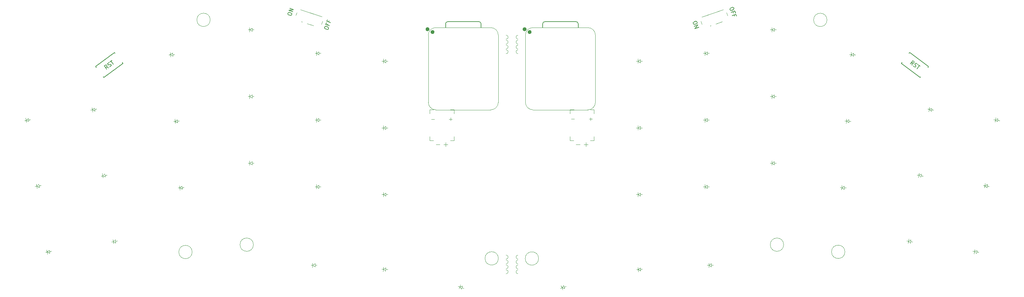
<source format=gbr>
%TF.GenerationSoftware,KiCad,Pcbnew,8.0.6*%
%TF.CreationDate,2025-07-28T21:33:20+02:00*%
%TF.ProjectId,combined,636f6d62-696e-4656-942e-6b696361645f,v1.0.0*%
%TF.SameCoordinates,Original*%
%TF.FileFunction,Legend,Top*%
%TF.FilePolarity,Positive*%
%FSLAX46Y46*%
G04 Gerber Fmt 4.6, Leading zero omitted, Abs format (unit mm)*
G04 Created by KiCad (PCBNEW 8.0.6) date 2025-07-28 21:33:20*
%MOMM*%
%LPD*%
G01*
G04 APERTURE LIST*
%ADD10C,0.100000*%
%ADD11C,0.150000*%
%ADD12C,0.120000*%
%ADD13C,0.127000*%
%ADD14C,0.503999*%
%ADD15C,0.503997*%
%ADD16C,0.503988*%
%ADD17C,0.504000*%
G04 APERTURE END LIST*
D10*
X238902010Y-61673241D02*
X238140106Y-61673241D01*
X238521058Y-62054194D02*
X238521058Y-61292289D01*
X234402011Y-61673237D02*
X233640107Y-61673237D01*
X198054022Y-61718156D02*
X198815927Y-61718156D01*
X202554018Y-61718155D02*
X203315923Y-61718155D01*
X202934970Y-62099108D02*
X202934970Y-61337203D01*
D11*
X320235211Y-47931988D02*
X320255578Y-47351080D01*
X319778848Y-47588093D02*
X320380663Y-46789458D01*
X320380663Y-46789458D02*
X320684905Y-47018721D01*
X320684905Y-47018721D02*
X320732308Y-47114067D01*
X320732308Y-47114067D02*
X320741680Y-47180755D01*
X320741680Y-47180755D02*
X320722395Y-47285473D01*
X320722395Y-47285473D02*
X320636421Y-47399564D01*
X320636421Y-47399564D02*
X320541075Y-47446967D01*
X320541075Y-47446967D02*
X320474387Y-47456339D01*
X320474387Y-47456339D02*
X320369669Y-47437054D01*
X320369669Y-47437054D02*
X320065427Y-47207791D01*
X320568111Y-48123220D02*
X320653544Y-48247224D01*
X320653544Y-48247224D02*
X320843696Y-48390513D01*
X320843696Y-48390513D02*
X320948414Y-48409799D01*
X320948414Y-48409799D02*
X321015102Y-48400426D01*
X321015102Y-48400426D02*
X321110448Y-48353024D01*
X321110448Y-48353024D02*
X321167764Y-48276963D01*
X321167764Y-48276963D02*
X321187049Y-48172245D01*
X321187049Y-48172245D02*
X321177677Y-48105557D01*
X321177677Y-48105557D02*
X321130274Y-48010211D01*
X321130274Y-48010211D02*
X321006811Y-47857549D01*
X321006811Y-47857549D02*
X320959408Y-47762203D01*
X320959408Y-47762203D02*
X320950036Y-47695515D01*
X320950036Y-47695515D02*
X320969321Y-47590797D01*
X320969321Y-47590797D02*
X321026637Y-47514736D01*
X321026637Y-47514736D02*
X321121983Y-47467333D01*
X321121983Y-47467333D02*
X321188671Y-47457961D01*
X321188671Y-47457961D02*
X321293390Y-47477246D01*
X321293390Y-47477246D02*
X321483541Y-47620536D01*
X321483541Y-47620536D02*
X321568974Y-47744540D01*
X321825813Y-47878457D02*
X322282176Y-48222351D01*
X321452180Y-48849039D02*
X322053995Y-48050404D01*
X170902184Y-38377537D02*
X170964197Y-38197439D01*
X170964197Y-38197439D02*
X171040228Y-38122893D01*
X171040228Y-38122893D02*
X171161284Y-38063850D01*
X171161284Y-38063850D02*
X171356886Y-38080838D01*
X171356886Y-38080838D02*
X171672059Y-38189361D01*
X171672059Y-38189361D02*
X171836654Y-38296398D01*
X171836654Y-38296398D02*
X171895697Y-38417454D01*
X171895697Y-38417454D02*
X171909716Y-38523007D01*
X171909716Y-38523007D02*
X171847703Y-38703106D01*
X171847703Y-38703106D02*
X171771671Y-38777652D01*
X171771671Y-38777652D02*
X171650616Y-38836695D01*
X171650616Y-38836695D02*
X171455013Y-38819706D01*
X171455013Y-38819706D02*
X171139841Y-38711184D01*
X171139841Y-38711184D02*
X170975245Y-38604146D01*
X170975245Y-38604146D02*
X170916202Y-38483090D01*
X170916202Y-38483090D02*
X170902184Y-38377537D01*
X171740012Y-37406953D02*
X171631489Y-37722125D01*
X172126761Y-37892661D02*
X171181242Y-37567093D01*
X171181242Y-37567093D02*
X171336275Y-37116846D01*
X172019071Y-36596508D02*
X171910548Y-36911681D01*
X172405819Y-37082217D02*
X171460301Y-36756648D01*
X171460301Y-36756648D02*
X171615333Y-36306401D01*
X161555525Y-34806673D02*
X161617538Y-34626574D01*
X161617538Y-34626574D02*
X161693569Y-34552028D01*
X161693569Y-34552028D02*
X161814625Y-34492985D01*
X161814625Y-34492985D02*
X162010227Y-34509973D01*
X162010227Y-34509973D02*
X162325400Y-34618496D01*
X162325400Y-34618496D02*
X162489995Y-34725534D01*
X162489995Y-34725534D02*
X162549038Y-34846590D01*
X162549038Y-34846590D02*
X162563056Y-34952142D01*
X162563056Y-34952142D02*
X162501043Y-35132241D01*
X162501043Y-35132241D02*
X162425012Y-35206787D01*
X162425012Y-35206787D02*
X162303956Y-35265830D01*
X162303956Y-35265830D02*
X162108354Y-35248842D01*
X162108354Y-35248842D02*
X161793181Y-35140319D01*
X161793181Y-35140319D02*
X161628586Y-35033281D01*
X161628586Y-35033281D02*
X161569543Y-34912226D01*
X161569543Y-34912226D02*
X161555525Y-34806673D01*
X162780102Y-34321797D02*
X161834583Y-33996228D01*
X161834583Y-33996228D02*
X162966141Y-33781500D01*
X162966141Y-33781500D02*
X162020622Y-33455932D01*
X115987687Y-48590304D02*
X115434897Y-48410606D01*
X115531324Y-48934198D02*
X114929509Y-48135562D01*
X114929509Y-48135562D02*
X115233751Y-47906300D01*
X115233751Y-47906300D02*
X115338470Y-47887014D01*
X115338470Y-47887014D02*
X115405158Y-47896386D01*
X115405158Y-47896386D02*
X115500504Y-47943789D01*
X115500504Y-47943789D02*
X115586477Y-48057880D01*
X115586477Y-48057880D02*
X115605763Y-48162598D01*
X115605763Y-48162598D02*
X115596390Y-48229286D01*
X115596390Y-48229286D02*
X115548988Y-48324632D01*
X115548988Y-48324632D02*
X115244746Y-48553895D01*
X116263272Y-48323010D02*
X116406020Y-48275067D01*
X116406020Y-48275067D02*
X116596172Y-48131778D01*
X116596172Y-48131778D02*
X116643574Y-48036432D01*
X116643574Y-48036432D02*
X116652947Y-47969744D01*
X116652947Y-47969744D02*
X116633661Y-47865025D01*
X116633661Y-47865025D02*
X116576345Y-47788965D01*
X116576345Y-47788965D02*
X116480999Y-47741562D01*
X116480999Y-47741562D02*
X116414311Y-47732190D01*
X116414311Y-47732190D02*
X116309593Y-47751475D01*
X116309593Y-47751475D02*
X116128814Y-47828076D01*
X116128814Y-47828076D02*
X116024096Y-47847362D01*
X116024096Y-47847362D02*
X115957408Y-47837989D01*
X115957408Y-47837989D02*
X115862062Y-47790587D01*
X115862062Y-47790587D02*
X115804746Y-47714526D01*
X115804746Y-47714526D02*
X115785460Y-47609808D01*
X115785460Y-47609808D02*
X115794833Y-47543120D01*
X115794833Y-47543120D02*
X115842235Y-47447774D01*
X115842235Y-47447774D02*
X116032387Y-47304484D01*
X116032387Y-47304484D02*
X116175135Y-47256541D01*
X116374659Y-47046564D02*
X116831022Y-46702669D01*
X117204656Y-47673252D02*
X116602841Y-46874617D01*
X274878761Y-33337929D02*
X274940774Y-33518028D01*
X274940774Y-33518028D02*
X274926756Y-33623581D01*
X274926756Y-33623581D02*
X274867713Y-33744637D01*
X274867713Y-33744637D02*
X274703118Y-33851674D01*
X274703118Y-33851674D02*
X274387945Y-33960197D01*
X274387945Y-33960197D02*
X274192343Y-33977185D01*
X274192343Y-33977185D02*
X274071287Y-33918142D01*
X274071287Y-33918142D02*
X273995256Y-33843596D01*
X273995256Y-33843596D02*
X273933243Y-33663498D01*
X273933243Y-33663498D02*
X273947261Y-33557945D01*
X273947261Y-33557945D02*
X274006304Y-33436889D01*
X274006304Y-33436889D02*
X274170899Y-33329851D01*
X274170899Y-33329851D02*
X274486072Y-33221329D01*
X274486072Y-33221329D02*
X274681674Y-33204340D01*
X274681674Y-33204340D02*
X274802730Y-33263383D01*
X274802730Y-33263383D02*
X274878761Y-33337929D01*
X274816096Y-34618579D02*
X274707573Y-34303406D01*
X274212301Y-34473942D02*
X275157820Y-34148374D01*
X275157820Y-34148374D02*
X275312852Y-34598621D01*
X275095154Y-35429024D02*
X274986631Y-35113851D01*
X274491360Y-35284387D02*
X275436878Y-34958818D01*
X275436878Y-34958818D02*
X275591911Y-35409065D01*
X265532096Y-36908780D02*
X265594109Y-37088879D01*
X265594109Y-37088879D02*
X265580091Y-37194431D01*
X265580091Y-37194431D02*
X265521048Y-37315487D01*
X265521048Y-37315487D02*
X265356452Y-37422525D01*
X265356452Y-37422525D02*
X265041280Y-37531048D01*
X265041280Y-37531048D02*
X264845678Y-37548036D01*
X264845678Y-37548036D02*
X264724622Y-37488993D01*
X264724622Y-37488993D02*
X264648590Y-37414447D01*
X264648590Y-37414447D02*
X264586577Y-37234348D01*
X264586577Y-37234348D02*
X264600596Y-37128795D01*
X264600596Y-37128795D02*
X264659639Y-37007740D01*
X264659639Y-37007740D02*
X264824234Y-36900702D01*
X264824234Y-36900702D02*
X265139407Y-36792179D01*
X265139407Y-36792179D02*
X265335009Y-36775191D01*
X265335009Y-36775191D02*
X265456065Y-36834234D01*
X265456065Y-36834234D02*
X265532096Y-36908780D01*
X264865636Y-38044793D02*
X265811154Y-37719224D01*
X265811154Y-37719224D02*
X265051675Y-38585089D01*
X265051675Y-38585089D02*
X265997193Y-38259521D01*
D10*
%TO.C,D16*%
X185457097Y-80904250D02*
X185857096Y-80904242D01*
X185857096Y-80904242D02*
X185857101Y-80354244D01*
X185857096Y-80904242D02*
X185857102Y-81454250D01*
X185857096Y-80904242D02*
X186457102Y-80504245D01*
X186457095Y-81304256D02*
X185857096Y-80904242D01*
X186457101Y-80904248D02*
X186957099Y-80904248D01*
X186457102Y-80504245D02*
X186457095Y-81304256D01*
%TO.C,D1*%
X335649065Y-95382950D02*
X336044142Y-95445523D01*
X336044142Y-95445523D02*
X335958110Y-95988757D01*
X336044142Y-95445523D02*
X336130186Y-94902294D01*
X336044142Y-95445523D02*
X336699324Y-95144305D01*
X336574179Y-95934464D02*
X336044142Y-95445523D01*
X336636759Y-95539390D02*
X337130597Y-95617608D01*
X336699324Y-95144305D02*
X336574179Y-95934464D01*
%TO.C,D18*%
X185457097Y-46904249D02*
X185857096Y-46904241D01*
X185857096Y-46904241D02*
X185857101Y-46354243D01*
X185857096Y-46904241D02*
X185857102Y-47454249D01*
X185857096Y-46904241D02*
X186457102Y-46504244D01*
X186457095Y-47304255D02*
X185857096Y-46904241D01*
X186457101Y-46904247D02*
X186957099Y-46904247D01*
X186457102Y-46504244D02*
X186457095Y-47304255D01*
%TO.C,D7*%
X301938029Y-79102776D02*
X302337064Y-79130677D01*
X302337064Y-79130677D02*
X302298700Y-79679328D01*
X302337064Y-79130677D02*
X302375428Y-78582010D01*
X302337064Y-79130677D02*
X302963504Y-78773486D01*
X302907697Y-79571550D02*
X302337064Y-79130677D01*
X302935600Y-79172521D02*
X303434391Y-79207390D01*
X302963504Y-78773486D02*
X302907697Y-79571550D01*
D12*
%TO.C,REF\u002A\u002A*%
X303145000Y-95510000D02*
G75*
G02*
X299745000Y-95510000I-1700000J0D01*
G01*
X299745000Y-95510000D02*
G75*
G02*
X303145000Y-95510000I1700000J0D01*
G01*
D10*
%TO.C,mouse-bite-1mm-3mm*%
X217049682Y-100104248D02*
G75*
G02*
X217049683Y-101104246I0J-499999D01*
G01*
X220049686Y-101104248D02*
G75*
G02*
X220049685Y-100104250I-7J499999D01*
G01*
%TO.C,D4*%
X318858352Y-92723557D02*
X319253429Y-92786130D01*
X319253429Y-92786130D02*
X319167397Y-93329364D01*
X319253429Y-92786130D02*
X319339473Y-92242901D01*
X319253429Y-92786130D02*
X319908611Y-92484912D01*
X319783466Y-93275071D02*
X319253429Y-92786130D01*
X319846046Y-92879997D02*
X320339884Y-92958215D01*
X319908611Y-92484912D02*
X319783466Y-93275071D01*
D12*
%TO.C,JST1*%
X197640137Y-59316691D02*
X197640138Y-60316682D01*
X197640146Y-67136691D02*
X197640139Y-66136692D01*
X198560137Y-67136687D02*
X197640146Y-67136691D01*
X198640137Y-59316692D02*
X197640137Y-59316691D01*
D10*
X199200133Y-68176688D02*
X200200138Y-68176690D01*
X201700132Y-67676692D02*
X201700133Y-68676697D01*
X202200137Y-68176691D02*
X201200149Y-68176691D01*
D12*
X202840132Y-67136689D02*
X203760132Y-67136688D01*
X202840137Y-59316686D02*
X203760131Y-59316697D01*
X203760131Y-59316697D02*
X203760130Y-60316697D01*
X203760132Y-67136688D02*
X203760132Y-66136686D01*
D10*
%TO.C,D16*%
X250140498Y-80905073D02*
X250540497Y-80905070D01*
X250540497Y-80905070D02*
X250540496Y-80355071D01*
X250540497Y-80905070D02*
X250540503Y-81455073D01*
X250540497Y-80905070D02*
X251140501Y-80505063D01*
X251140501Y-80505063D02*
X251140501Y-81305072D01*
X251140501Y-80905071D02*
X251640502Y-80905069D01*
X251140501Y-81305072D02*
X250540497Y-80905070D01*
%TO.C,D4*%
X116757705Y-92957407D02*
X117152790Y-92894831D01*
X117152790Y-92894831D02*
X117066748Y-92351590D01*
X117152790Y-92894831D02*
X117238829Y-93438055D01*
X117152790Y-92894831D02*
X117682821Y-92405884D01*
X117682821Y-92405884D02*
X117807974Y-93196043D01*
X117745402Y-92800962D02*
X118239253Y-92722737D01*
X117807974Y-93196043D02*
X117152790Y-92894831D01*
%TO.C,mouse-bite-1mm-3mm*%
X217049996Y-42800000D02*
G75*
G02*
X217049998Y-43799998I2J-499999D01*
G01*
X220050002Y-43800002D02*
G75*
G02*
X220050000Y-42800000I-3J500001D01*
G01*
%TO.C,D12*%
X284140501Y-38905060D02*
X284540500Y-38905057D01*
X284540500Y-38905057D02*
X284540499Y-38355058D01*
X284540500Y-38905057D02*
X284540506Y-39455060D01*
X284540500Y-38905057D02*
X285140504Y-38505050D01*
X285140504Y-38505050D02*
X285140504Y-39305059D01*
X285140504Y-38905058D02*
X285640505Y-38905056D01*
X285140504Y-39305059D02*
X284540500Y-38905057D01*
%TO.C,mouse-bite-1mm-3mm*%
X217049995Y-44024999D02*
G75*
G02*
X217049996Y-45025001I7J-500001D01*
G01*
X220049999Y-45024999D02*
G75*
G02*
X220049998Y-44024997I-5J500001D01*
G01*
%TO.C,D14*%
X267140496Y-61905059D02*
X267540495Y-61905056D01*
X267540495Y-61905056D02*
X267540494Y-61355057D01*
X267540495Y-61905056D02*
X267540501Y-62455059D01*
X267540495Y-61905056D02*
X268140499Y-61505049D01*
X268140499Y-61505049D02*
X268140499Y-62305058D01*
X268140499Y-61905057D02*
X268640500Y-61905055D01*
X268140499Y-62305058D02*
X267540495Y-61905056D01*
%TO.C,D9*%
X131291485Y-45289399D02*
X131690512Y-45261498D01*
X131690512Y-45261498D02*
X131652150Y-44712826D01*
X131690512Y-45261498D02*
X131728884Y-45810149D01*
X131690512Y-45261498D02*
X132261155Y-44820612D01*
X132261155Y-44820612D02*
X132316954Y-45618668D01*
X132289061Y-45219643D02*
X132787843Y-45184757D01*
X132316954Y-45618668D02*
X131690512Y-45261498D01*
%TO.C,D6*%
X111438934Y-59376007D02*
X111834019Y-59313431D01*
X111834019Y-59313431D02*
X111747977Y-58770190D01*
X111834019Y-59313431D02*
X111920058Y-59856655D01*
X111834019Y-59313431D02*
X112364050Y-58824484D01*
X112364050Y-58824484D02*
X112489203Y-59614643D01*
X112426631Y-59219562D02*
X112920482Y-59141337D01*
X112489203Y-59614643D02*
X111834019Y-59313431D01*
%TO.C,D20*%
X185434965Y-99907485D02*
X185833429Y-99942346D01*
X185833429Y-99942346D02*
X185785507Y-100490256D01*
X185833429Y-99942346D02*
X185881379Y-99394431D01*
X185833429Y-99942346D02*
X186466020Y-99596163D01*
X186396288Y-100393124D02*
X185833429Y-99942346D01*
X186431162Y-99994650D02*
X186929253Y-100038223D01*
X186466020Y-99596163D02*
X186396288Y-100393124D01*
D12*
%TO.C,REF\u002A\u002A*%
X298587606Y-36403845D02*
G75*
G02*
X295187608Y-36403845I-1699999J0D01*
G01*
X295187608Y-36403845D02*
G75*
G02*
X298587606Y-36403845I1699999J0D01*
G01*
D10*
%TO.C,D3*%
X340967829Y-61801539D02*
X341362906Y-61864112D01*
X341362906Y-61864112D02*
X341276874Y-62407346D01*
X341362906Y-61864112D02*
X341448950Y-61320883D01*
X341362906Y-61864112D02*
X342018088Y-61562894D01*
X341892943Y-62353053D02*
X341362906Y-61864112D01*
X341955523Y-61957979D02*
X342449361Y-62036197D01*
X342018088Y-61562894D02*
X341892943Y-62353053D01*
%TO.C,D8*%
X303123885Y-62144191D02*
X303522920Y-62172092D01*
X303522920Y-62172092D02*
X303484556Y-62720743D01*
X303522920Y-62172092D02*
X303561284Y-61623425D01*
X303522920Y-62172092D02*
X304149360Y-61814901D01*
X304093553Y-62612965D02*
X303522920Y-62172092D01*
X304121456Y-62213936D02*
X304620247Y-62248805D01*
X304149360Y-61814901D02*
X304093553Y-62612965D01*
D12*
%TO.C,REF\u002A\u002A*%
X137245000Y-95560000D02*
G75*
G02*
X133845000Y-95560000I-1700000J0D01*
G01*
X133845000Y-95560000D02*
G75*
G02*
X137245000Y-95560000I1700000J0D01*
G01*
D10*
%TO.C,D13*%
X267140501Y-78905062D02*
X267540500Y-78905059D01*
X267540500Y-78905059D02*
X267540499Y-78355060D01*
X267540500Y-78905059D02*
X267540506Y-79455062D01*
X267540500Y-78905059D02*
X268140504Y-78505052D01*
X268140504Y-78505052D02*
X268140504Y-79305061D01*
X268140504Y-78905060D02*
X268640505Y-78905058D01*
X268140504Y-79305061D02*
X267540500Y-78905059D01*
%TO.C,D14*%
X168457095Y-61904245D02*
X168857094Y-61904237D01*
X168857094Y-61904237D02*
X168857099Y-61354239D01*
X168857094Y-61904237D02*
X168857100Y-62454245D01*
X168857094Y-61904237D02*
X169457100Y-61504240D01*
X169457093Y-62304251D02*
X168857094Y-61904237D01*
X169457099Y-61904243D02*
X169957097Y-61904243D01*
X169457100Y-61504240D02*
X169457093Y-62304251D01*
%TO.C,D15*%
X168457093Y-44904247D02*
X168857092Y-44904239D01*
X168857092Y-44904239D02*
X168857097Y-44354241D01*
X168857092Y-44904239D02*
X168857098Y-45454247D01*
X168857092Y-44904239D02*
X169457098Y-44504242D01*
X169457091Y-45304253D02*
X168857092Y-44904239D01*
X169457097Y-44904245D02*
X169957095Y-44904245D01*
X169457098Y-44504242D02*
X169457091Y-45304253D01*
D11*
%TO.C,RST1*%
X317497196Y-47490487D02*
X317647641Y-47290822D01*
X317497196Y-47490487D02*
X322289013Y-51101370D01*
X319603541Y-44695268D02*
X319453089Y-44894920D01*
X319603541Y-44695268D02*
X324395358Y-48306151D01*
X322289013Y-51101370D02*
X322439465Y-50901718D01*
X324395358Y-48306151D02*
X324244913Y-48505816D01*
D10*
%TO.C,D19*%
X268140500Y-98905071D02*
X268540499Y-98905068D01*
X268540499Y-98905068D02*
X268540498Y-98355069D01*
X268540499Y-98905068D02*
X268540505Y-99455071D01*
X268540499Y-98905068D02*
X269140503Y-98505061D01*
X269140503Y-98505061D02*
X269140503Y-99305070D01*
X269140503Y-98905069D02*
X269640504Y-98905067D01*
X269140503Y-99305070D02*
X268540499Y-98905068D01*
%TO.C,D17*%
X250140492Y-63905078D02*
X250540491Y-63905075D01*
X250540491Y-63905075D02*
X250540490Y-63355076D01*
X250540491Y-63905075D02*
X250540497Y-64455078D01*
X250540491Y-63905075D02*
X251140495Y-63505068D01*
X251140495Y-63505068D02*
X251140495Y-64305077D01*
X251140495Y-63905076D02*
X251640496Y-63905074D01*
X251140495Y-64305077D02*
X250540491Y-63905075D01*
%TO.C,D18*%
X250140497Y-46905069D02*
X250540496Y-46905066D01*
X250540496Y-46905066D02*
X250540495Y-46355067D01*
X250540496Y-46905066D02*
X250540502Y-47455069D01*
X250540496Y-46905066D02*
X251140500Y-46505059D01*
X251140500Y-46505059D02*
X251140500Y-47305068D01*
X251140500Y-46905067D02*
X251640501Y-46905065D01*
X251140500Y-47305068D02*
X250540496Y-46905066D01*
%TO.C,D11*%
X284140496Y-55905069D02*
X284540495Y-55905066D01*
X284540495Y-55905066D02*
X284540494Y-55355067D01*
X284540495Y-55905066D02*
X284540501Y-56455069D01*
X284540495Y-55905066D02*
X285140499Y-55505059D01*
X285140499Y-55505059D02*
X285140499Y-56305068D01*
X285140499Y-55905067D02*
X285640500Y-55905065D01*
X285140499Y-56305068D02*
X284540495Y-55905066D01*
D12*
%TO.C,JST1*%
X233240001Y-59315010D02*
X233240004Y-60315004D01*
X233240007Y-67135002D02*
X233239997Y-66134998D01*
X234159999Y-67135011D02*
X233240007Y-67135002D01*
X234240002Y-59314997D02*
X233240001Y-59315010D01*
D10*
X234799995Y-68175007D02*
X235800001Y-68175003D01*
X237299996Y-67675008D02*
X237299993Y-68675007D01*
X237799994Y-68175003D02*
X236799999Y-68175001D01*
D12*
X238439994Y-67135004D02*
X239359997Y-67135001D01*
X238439995Y-59315007D02*
X239360005Y-59315003D01*
X239359997Y-67135001D02*
X239360000Y-66135001D01*
X239360005Y-59315003D02*
X239360000Y-60315004D01*
D10*
%TO.C,D5*%
X321517741Y-75932862D02*
X321912818Y-75995435D01*
X321912818Y-75995435D02*
X321826786Y-76538669D01*
X321912818Y-75995435D02*
X321998862Y-75452206D01*
X321912818Y-75995435D02*
X322568000Y-75694217D01*
X322442855Y-76484376D02*
X321912818Y-75995435D01*
X322505435Y-76089302D02*
X322999273Y-76167520D01*
X322568000Y-75694217D02*
X322442855Y-76484376D01*
%TO.C,D19*%
X167457103Y-98904250D02*
X167857102Y-98904242D01*
X167857102Y-98904242D02*
X167857107Y-98354244D01*
X167857102Y-98904242D02*
X167857108Y-99454250D01*
X167857102Y-98904242D02*
X168457108Y-98504245D01*
X168457101Y-99304256D02*
X167857102Y-98904242D01*
X168457107Y-98904248D02*
X168957105Y-98904248D01*
X168457108Y-98504245D02*
X168457101Y-99304256D01*
%TO.C,D11*%
X151457104Y-55904253D02*
X151857103Y-55904245D01*
X151857103Y-55904245D02*
X151857108Y-55354247D01*
X151857103Y-55904245D02*
X151857109Y-56454253D01*
X151857103Y-55904245D02*
X152457109Y-55504248D01*
X152457102Y-56304259D02*
X151857103Y-55904245D01*
X152457108Y-55904251D02*
X152957106Y-55904251D01*
X152457109Y-55504248D02*
X152457102Y-56304259D01*
%TO.C,D10*%
X151457091Y-72904246D02*
X151857090Y-72904238D01*
X151857090Y-72904238D02*
X151857095Y-72354240D01*
X151857090Y-72904238D02*
X151857096Y-73454246D01*
X151857090Y-72904238D02*
X152457096Y-72504241D01*
X152457089Y-73304252D02*
X151857090Y-72904238D01*
X152457095Y-72904244D02*
X152957093Y-72904244D01*
X152457096Y-72504241D02*
X152457089Y-73304252D01*
%TO.C,D6*%
X324177130Y-59142160D02*
X324572207Y-59204733D01*
X324572207Y-59204733D02*
X324486175Y-59747967D01*
X324572207Y-59204733D02*
X324658251Y-58661504D01*
X324572207Y-59204733D02*
X325227389Y-58903515D01*
X325102244Y-59693674D02*
X324572207Y-59204733D01*
X325164824Y-59298600D02*
X325658662Y-59376818D01*
X325227389Y-58903515D02*
X325102244Y-59693674D01*
%TO.C,D8*%
X132477347Y-62247987D02*
X132876374Y-62220086D01*
X132876374Y-62220086D02*
X132838012Y-61671414D01*
X132876374Y-62220086D02*
X132914746Y-62768737D01*
X132876374Y-62220086D02*
X133447017Y-61779200D01*
X133447017Y-61779200D02*
X133502816Y-62577256D01*
X133474923Y-62178231D02*
X133973705Y-62143345D01*
X133502816Y-62577256D02*
X132876374Y-62220086D01*
%TO.C,REF\u002A\u002A*%
X197262103Y-57417252D02*
X197262101Y-40272262D01*
X199167097Y-59322251D02*
X213137104Y-59322253D01*
D13*
X201657099Y-38367251D02*
X201660831Y-37356982D01*
X202160827Y-36857251D02*
X210156086Y-36857255D01*
X210656095Y-37357251D02*
X210656106Y-38367246D01*
D10*
X213137097Y-38367248D02*
X199167101Y-38367257D01*
X215042091Y-57417250D02*
X215042100Y-40272249D01*
X197262100Y-40268244D02*
G75*
G02*
X199167103Y-38363250I1905010J-16D01*
G01*
X199167097Y-59322251D02*
G75*
G02*
X197262103Y-57417252I1J1904995D01*
G01*
D13*
X201660831Y-37356982D02*
G75*
G02*
X202160827Y-36857251I500008J-277D01*
G01*
X210156086Y-36857255D02*
G75*
G02*
X210656097Y-37357251I-86J-500097D01*
G01*
D10*
X213137097Y-38367248D02*
G75*
G02*
X215042104Y-40272249I-57J-1905064D01*
G01*
X215042091Y-57417250D02*
G75*
G02*
X213137104Y-59322253I-1905011J8D01*
G01*
D14*
X197304105Y-38783253D02*
G75*
G02*
X196800107Y-38783253I-251999J0D01*
G01*
X196800107Y-38783253D02*
G75*
G02*
X197304105Y-38783253I251999J0D01*
G01*
D15*
X198578096Y-39500247D02*
G75*
G02*
X198074100Y-39500247I-251998J0D01*
G01*
X198074100Y-39500247D02*
G75*
G02*
X198578096Y-39500247I251998J0D01*
G01*
D10*
%TO.C,D3*%
X94648228Y-62035394D02*
X95043313Y-61972818D01*
X95043313Y-61972818D02*
X94957271Y-61429577D01*
X95043313Y-61972818D02*
X95129352Y-62516042D01*
X95043313Y-61972818D02*
X95573344Y-61483871D01*
X95573344Y-61483871D02*
X95698497Y-62274030D01*
X95635925Y-61878949D02*
X96129776Y-61800724D01*
X95698497Y-62274030D02*
X95043313Y-61972818D01*
%TO.C,mouse-bite-1mm-3mm*%
X217049999Y-97575000D02*
G75*
G02*
X217050000Y-98575002I7J-500001D01*
G01*
X220050003Y-98575000D02*
G75*
G02*
X220050002Y-97574998I-5J500001D01*
G01*
%TO.C,D5*%
X114098322Y-76166707D02*
X114493407Y-76104131D01*
X114493407Y-76104131D02*
X114407365Y-75560890D01*
X114493407Y-76104131D02*
X114579446Y-76647355D01*
X114493407Y-76104131D02*
X115023438Y-75615184D01*
X115023438Y-75615184D02*
X115148591Y-76405343D01*
X115086019Y-76010262D02*
X115579870Y-75932037D01*
X115148591Y-76405343D02*
X114493407Y-76104131D01*
%TO.C,mouse-bite-1mm-3mm*%
X217049998Y-96350003D02*
G75*
G02*
X217049999Y-97350005I7J-500001D01*
G01*
X220050002Y-97350003D02*
G75*
G02*
X220050001Y-96350001I-5J500001D01*
G01*
%TO.C,D10*%
X284140497Y-72905069D02*
X284540496Y-72905066D01*
X284540496Y-72905066D02*
X284540495Y-72355067D01*
X284540496Y-72905066D02*
X284540502Y-73455069D01*
X284540496Y-72905066D02*
X285140500Y-72505059D01*
X285140500Y-72505059D02*
X285140500Y-73305068D01*
X285140500Y-72905067D02*
X285640501Y-72905065D01*
X285140500Y-73305068D02*
X284540496Y-72905066D01*
%TO.C,D21*%
X230830273Y-104794110D02*
X231206144Y-104657304D01*
X231206144Y-104657304D02*
X231018037Y-104140471D01*
X231206144Y-104657304D02*
X231394250Y-105174132D01*
X231206144Y-104657304D02*
X231633149Y-104076215D01*
X231633149Y-104076215D02*
X231906768Y-104827970D01*
X231769952Y-104452089D02*
X232239799Y-104281084D01*
X231906768Y-104827970D02*
X231206144Y-104657304D01*
D12*
%TO.C,PWR1*%
X163873203Y-34511098D02*
X163616008Y-35258048D01*
X165212476Y-36918254D02*
X165023368Y-36853137D01*
X168049035Y-37894970D02*
X166441646Y-37341493D01*
X170140087Y-37504472D02*
X170397292Y-36757513D01*
X170158803Y-35607196D02*
X164769346Y-33751449D01*
D10*
%TO.C,D13*%
X168457099Y-78904251D02*
X168857098Y-78904243D01*
X168857098Y-78904243D02*
X168857103Y-78354245D01*
X168857098Y-78904243D02*
X168857104Y-79454251D01*
X168857098Y-78904243D02*
X169457104Y-78504246D01*
X169457097Y-79304257D02*
X168857098Y-78904243D01*
X169457103Y-78904249D02*
X169957101Y-78904249D01*
X169457104Y-78504246D02*
X169457097Y-79304257D01*
D11*
%TO.C,RST1*%
X112702235Y-48305342D02*
X112852700Y-48504997D01*
X112702235Y-48305342D02*
X117494048Y-44694447D01*
X114808590Y-51100561D02*
X114658141Y-50900908D01*
X114808590Y-51100561D02*
X119600403Y-47489666D01*
X117494048Y-44694447D02*
X117644497Y-44894100D01*
X119600403Y-47489666D02*
X119449938Y-47290011D01*
D10*
%TO.C,REF\u002A\u002A*%
X221945491Y-57418064D02*
X221945497Y-40273064D01*
X223850492Y-59323062D02*
X237820498Y-59323063D01*
D13*
X226340497Y-38368063D02*
X226344232Y-37357789D01*
X226844230Y-36858063D02*
X234839493Y-36858064D01*
X235339495Y-37358056D02*
X235339498Y-38368058D01*
D10*
X237820496Y-38368057D02*
X223850497Y-38368063D01*
X239725494Y-57418066D02*
X239725497Y-40273052D01*
X221945501Y-40269063D02*
G75*
G02*
X223850498Y-38364058I1905018J-13D01*
G01*
X223850492Y-59323062D02*
G75*
G02*
X221945491Y-57418064I2J1905003D01*
G01*
D13*
X226344232Y-37357789D02*
G75*
G02*
X226844230Y-36858063I500010J-284D01*
G01*
X234839493Y-36858064D02*
G75*
G02*
X235339493Y-37358056I-97J-500097D01*
G01*
D10*
X237820496Y-38368057D02*
G75*
G02*
X239725490Y-40273052I-40J-1905034D01*
G01*
X239725494Y-57418066D02*
G75*
G02*
X237820498Y-59323059I-1904998J5D01*
G01*
D16*
X221987497Y-38784057D02*
G75*
G02*
X221483509Y-38784057I-251994J0D01*
G01*
X221483509Y-38784057D02*
G75*
G02*
X221987497Y-38784057I251994J0D01*
G01*
D17*
X223261500Y-39501058D02*
G75*
G02*
X222757500Y-39501058I-252000J0D01*
G01*
X222757500Y-39501058D02*
G75*
G02*
X223261500Y-39501058I252000J0D01*
G01*
D12*
X141829695Y-36388690D02*
G75*
G02*
X138429697Y-36388690I-1699999J0D01*
G01*
X138429697Y-36388690D02*
G75*
G02*
X141829695Y-36388690I1699999J0D01*
G01*
X225295000Y-97210000D02*
G75*
G02*
X221895000Y-97210000I-1700000J0D01*
G01*
X221895000Y-97210000D02*
G75*
G02*
X225295000Y-97210000I1700000J0D01*
G01*
X152803410Y-93687780D02*
G75*
G02*
X149403412Y-93687780I-1699999J0D01*
G01*
X149403412Y-93687780D02*
G75*
G02*
X152803410Y-93687780I1699999J0D01*
G01*
D10*
%TO.C,D2*%
X97307620Y-78826089D02*
X97702705Y-78763513D01*
X97702705Y-78763513D02*
X97616663Y-78220272D01*
X97702705Y-78763513D02*
X97788744Y-79306737D01*
X97702705Y-78763513D02*
X98232736Y-78274566D01*
X98232736Y-78274566D02*
X98357889Y-79064725D01*
X98295317Y-78669644D02*
X98789168Y-78591419D01*
X98357889Y-79064725D02*
X97702705Y-78763513D01*
%TO.C,D21*%
X204857792Y-104280262D02*
X205233683Y-104417070D01*
X205233683Y-104417070D02*
X205045562Y-104933895D01*
X205233683Y-104417070D02*
X205421782Y-103900240D01*
X205233683Y-104417070D02*
X205934295Y-104246407D01*
X205660682Y-104998163D02*
X205233683Y-104417070D01*
X205797487Y-104622277D02*
X206267342Y-104793288D01*
X205934295Y-104246407D02*
X205660682Y-104998163D01*
%TO.C,D17*%
X185457099Y-63904245D02*
X185857098Y-63904237D01*
X185857098Y-63904237D02*
X185857103Y-63354239D01*
X185857098Y-63904237D02*
X185857104Y-64454245D01*
X185857098Y-63904237D02*
X186457104Y-63504240D01*
X186457097Y-64304251D02*
X185857098Y-63904237D01*
X186457103Y-63904243D02*
X186957101Y-63904243D01*
X186457104Y-63504240D02*
X186457097Y-64304251D01*
D12*
%TO.C,PWR1*%
X266548593Y-36774578D02*
X266805804Y-37521544D01*
X269085964Y-37846917D02*
X268896859Y-37912027D01*
X271922523Y-36870207D02*
X270315139Y-37423678D01*
X272176552Y-33768525D02*
X266787092Y-35624256D01*
X273329880Y-35275119D02*
X273072683Y-34528162D01*
D10*
%TO.C,D7*%
X133663201Y-79206585D02*
X134062228Y-79178684D01*
X134062228Y-79178684D02*
X134023866Y-78630012D01*
X134062228Y-79178684D02*
X134100600Y-79727335D01*
X134062228Y-79178684D02*
X134632871Y-78737798D01*
X134632871Y-78737798D02*
X134688670Y-79535854D01*
X134660777Y-79136829D02*
X135159559Y-79101943D01*
X134688670Y-79535854D02*
X134062228Y-79178684D01*
%TO.C,D1*%
X99966997Y-95616796D02*
X100362082Y-95554220D01*
X100362082Y-95554220D02*
X100276040Y-95010979D01*
X100362082Y-95554220D02*
X100448121Y-96097444D01*
X100362082Y-95554220D02*
X100892113Y-95065273D01*
X100892113Y-95065273D02*
X101017266Y-95855432D01*
X100954694Y-95460351D02*
X101448545Y-95382126D01*
X101017266Y-95855432D02*
X100362082Y-95554220D01*
%TO.C,D9*%
X304309753Y-45185590D02*
X304708788Y-45213491D01*
X304708788Y-45213491D02*
X304670424Y-45762142D01*
X304708788Y-45213491D02*
X304747152Y-44664824D01*
X304708788Y-45213491D02*
X305335228Y-44856300D01*
X305279421Y-45654364D02*
X304708788Y-45213491D01*
X305307324Y-45255335D02*
X305806115Y-45290204D01*
X305335228Y-44856300D02*
X305279421Y-45654364D01*
%TO.C,D15*%
X267140491Y-44905066D02*
X267540490Y-44905063D01*
X267540490Y-44905063D02*
X267540489Y-44355064D01*
X267540490Y-44905063D02*
X267540496Y-45455066D01*
X267540490Y-44905063D02*
X268140494Y-44505056D01*
X268140494Y-44505056D02*
X268140494Y-45305065D01*
X268140494Y-44905064D02*
X268640495Y-44905062D01*
X268140494Y-45305065D02*
X267540490Y-44905063D01*
D12*
%TO.C,REF\u002A\u002A*%
X215070000Y-97185000D02*
G75*
G02*
X211670000Y-97185000I-1700000J0D01*
G01*
X211670000Y-97185000D02*
G75*
G02*
X215070000Y-97185000I1700000J0D01*
G01*
D10*
%TO.C,mouse-bite-1mm-3mm*%
X217050001Y-41550002D02*
G75*
G02*
X217050002Y-42550004I7J-500001D01*
G01*
X220050005Y-42550002D02*
G75*
G02*
X220050004Y-41550000I-5J500001D01*
G01*
X217049678Y-40304250D02*
G75*
G02*
X217049679Y-41304248I0J-499999D01*
G01*
X220049682Y-41304250D02*
G75*
G02*
X220049681Y-40304252I-7J499999D01*
G01*
%TO.C,D20*%
X250168353Y-100039038D02*
X250566833Y-100004170D01*
X250566833Y-100004170D02*
X250518894Y-99456261D01*
X250566833Y-100004170D02*
X250614769Y-100552084D01*
X250566833Y-100004170D02*
X251129683Y-99553393D01*
X251129683Y-99553393D02*
X251199412Y-100350355D01*
X251164550Y-99951871D02*
X251662647Y-99908294D01*
X251199412Y-100350355D02*
X250566833Y-100004170D01*
%TO.C,D12*%
X151457107Y-38904252D02*
X151857106Y-38904244D01*
X151857106Y-38904244D02*
X151857111Y-38354246D01*
X151857106Y-38904244D02*
X151857112Y-39454252D01*
X151857106Y-38904244D02*
X152457112Y-38504247D01*
X152457105Y-39304258D02*
X151857106Y-38904244D01*
X152457111Y-38904250D02*
X152957109Y-38904250D01*
X152457112Y-38504247D02*
X152457105Y-39304258D01*
D12*
%TO.C,REF\u002A\u002A*%
X287581603Y-93686124D02*
G75*
G02*
X284181605Y-93686124I-1699999J0D01*
G01*
X284181605Y-93686124D02*
G75*
G02*
X287581603Y-93686124I1699999J0D01*
G01*
D10*
%TO.C,D2*%
X338308448Y-78592248D02*
X338703525Y-78654821D01*
X338703525Y-78654821D02*
X338617493Y-79198055D01*
X338703525Y-78654821D02*
X338789569Y-78111592D01*
X338703525Y-78654821D02*
X339358707Y-78353603D01*
X339233562Y-79143762D02*
X338703525Y-78654821D01*
X339296142Y-78748688D02*
X339789980Y-78826906D01*
X339358707Y-78353603D02*
X339233562Y-79143762D01*
%TO.C,mouse-bite-1mm-3mm*%
X217050001Y-98850001D02*
G75*
G02*
X217050003Y-99849999I2J-499999D01*
G01*
X220050007Y-99850003D02*
G75*
G02*
X220050005Y-98850001I-3J500001D01*
G01*
%TD*%
M02*

</source>
